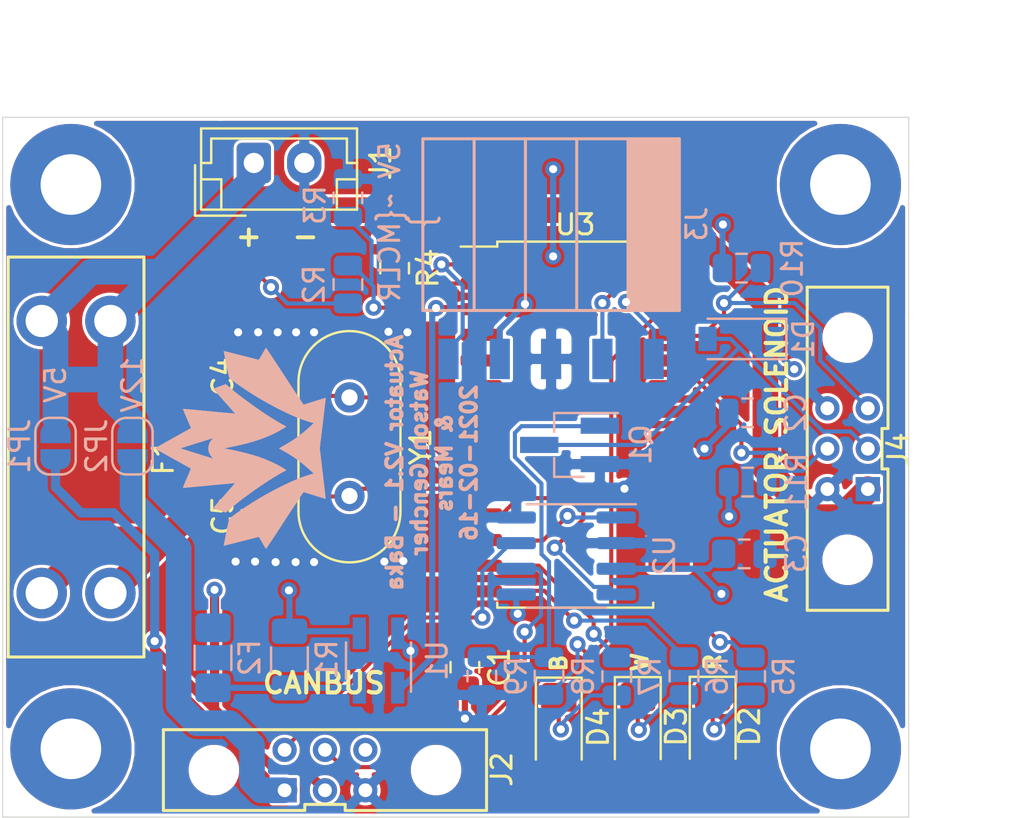
<source format=kicad_pcb>
(kicad_pcb (version 20171130) (host pcbnew "(5.1.10)-1")
  (layers (0 F.Cu signal hide) (31 B.Cu signal) (34 B.Paste user) (35 F.Paste user) (36 B.SilkS user) (37 F.SilkS user) (38 B.Mask user) (39 F.Mask user hide) (44 Edge.Cuts user))
  (net 0 "")
  (net 1 +5V)
  (net 2 GND)
  (net 3 /MCU/OSC1)
  (net 4 /MCU/OSC2)
  (net 5 "/Valve Control/RELAY-")
  (net 6 +12V)
  (net 7 "Net-(D2-Pad1)")
  (net 8 "Net-(D3-Pad1)")
  (net 9 "Net-(D4-Pad1)")
  (net 10 "Net-(F1-Pad2)")
  (net 11 "Net-(F2-Pad1)")
  (net 12 CANH)
  (net 13 CANL)
  (net 14 /MCU/~MCLR)
  (net 15 /MCU/ICSPDAT)
  (net 16 /MCU/ICSPCLK)
  (net 17 /MCU/LIMIT_CLOSE)
  (net 18 /MCU/LIMIT_OPEN)
  (net 19 "Net-(Q1-Pad1)")
  (net 20 /MCU/VBAT)
  (net 21 "Net-(R5-Pad2)")
  (net 22 "Net-(R6-Pad2)")
  (net 23 "Net-(R7-Pad2)")
  (net 24 /MCU/CURR_AMP)
  (net 25 /MCU/CAN_RX)
  (net 26 /MCU/CAN_TX)
  (net 27 /MCU/VALVE_CONTROL)
  (net 28 "Net-(U3-Pad23)")
  (net 29 "Net-(U3-Pad22)")
  (net 30 "Net-(U3-Pad21)")
  (net 31 "Net-(U3-Pad18)")
  (net 32 "Net-(U3-Pad17)")
  (net 33 "Net-(U3-Pad16)")
  (net 34 "Net-(U3-Pad7)")
  (net 35 "Net-(U3-Pad6)")
  (net 36 "Net-(U3-Pad5)")
  (net 37 "Net-(U3-Pad4)")
  (net 38 Actuator_Power)
  (net 39 /Power/5V_IN)
  (module MountingHole:MountingHole_3mm_Pad (layer F.Cu) (at 109.22 104.14)
    (fp_text reference REF**)
    (fp_text value MountingHole_3mm_Pad)
    (pad 1 thru_hole circle (at 0 0) (size 6 6) (drill 3) (layers *.Cu *.Mask))
  )
  (module Resistor_SMD:R_0805_2012Metric (layer B.Cu) (at 122.936 104.7981 90)
    (fp_text reference R3 (at -0.3579 -1.6256 270) (layer B.SilkS) (effects (justify mirror)))
    (fp_text value 10K)
    (pad 2 smd roundrect (at 0.9375 0 90) (size 0.975 1.4) (layers B.Cu B.Paste B.Mask) (net 2 GND))
    (pad 1 smd roundrect (at -0.9375 0 90) (size 0.975 1.4) (layers B.Cu B.Paste B.Mask) (net 20 /MCU/VBAT))
  )
  (module canhw_footprints:Fuseholder_36-3557-15-ND (layer F.Cu) (at 109.4758 117.6314 270)
    (fp_text reference F1 (at 0 -4.3162 90) (layer F.SilkS))
    (fp_text value 10A)
    (pad 2 thru_hole circle (at -6.735 1.7 270) (size 2.5 2.5) (drill 1.6) (layers *.Cu *.Mask) (net 10 "Net-(F1-Pad2)"))
    (pad 2 thru_hole circle (at -6.735 -1.7 270) (size 2.5 2.5) (drill 1.6) (layers *.Cu *.Mask) (net 10 "Net-(F1-Pad2)"))
    (pad 1 thru_hole circle (at 6.735 -1.7 270) (size 2.5 2.5) (drill 1.6) (layers *.Cu *.Mask) (net 38 Actuator_Power))
    (pad 1 thru_hole circle (at 6.735 1.7 270) (size 2.5 2.5) (drill 1.6) (layers *.Cu *.Mask) (net 38 Actuator_Power))
  )
  (module team_logo:Logo_SilkScreen_10mm (layer B.Cu) (at 117.602 117.1956 270)
    (fp_text reference G*** hide)
    (fp_text value LOGO hide)
  )
  (module Package_TO_SOT_SMD:SOT-23_Handsoldering (layer B.Cu) (at 133.9074 117.033 180)
    (fp_text reference Q1 (at -3.532 0.0152 270) (layer B.SilkS) (effects (justify mirror)))
    (fp_text value SI3420A-TP)
    (pad 3 smd rect (at 1.5 0 180) (size 1.9 0.8) (layers B.Cu B.Paste B.Mask) (net 5 "/Valve Control/RELAY-"))
    (pad 2 smd rect (at -1.5 -0.95 180) (size 1.9 0.8) (layers B.Cu B.Paste B.Mask) (net 2 GND))
    (pad 1 smd rect (at -1.5 0.95 180) (size 1.9 0.8) (layers B.Cu B.Paste B.Mask) (net 19 "Net-(Q1-Pad1)"))
  )
  (module MountingHole:MountingHole_3mm_Pad (layer F.Cu) (at 147.32 104.14)
    (fp_text reference REF**)
    (fp_text value MountingHole_3mm_Pad)
    (pad 1 thru_hole circle (at 0 0) (size 6 6) (drill 3) (layers *.Cu *.Mask))
  )
  (module MountingHole:MountingHole_3mm_Pad (layer F.Cu) (at 147.32 132.08)
    (fp_text reference REF**)
    (fp_text value MountingHole_3mm_Pad)
    (pad 1 thru_hole circle (at 0 0) (size 6 6) (drill 3) (layers *.Cu *.Mask))
  )
  (module MountingHole:MountingHole_3mm_Pad (layer F.Cu) (at 109.22 132.08)
    (fp_text reference REF**)
    (fp_text value MountingHole_3mm_Pad)
    (pad 1 thru_hole circle (at 0 0) (size 6 6) (drill 3) (layers *.Cu *.Mask))
  )
  (module Crystal:Crystal_HC49-4H_Vertical (layer F.Cu) (at 123.0122 114.681 270)
    (fp_text reference Y1 (at 2.44 -3.525 90) (layer F.SilkS))
    (fp_text value Crystal)
    (pad 2 thru_hole circle (at 4.88 0 270) (size 1.5 1.5) (drill 0.8) (layers *.Cu *.Mask) (net 4 /MCU/OSC2))
    (pad 1 thru_hole circle (at 0 0 270) (size 1.5 1.5) (drill 0.8) (layers *.Cu *.Mask) (net 3 /MCU/OSC1))
  )
  (module Package_SO:SOIC-28W_7.5x17.9mm_P1.27mm (layer F.Cu) (at 134.19 116.0272)
    (fp_text reference U3 (at 0 -9.9) (layer F.SilkS))
    (fp_text value PIC18F26K83)
    (pad 28 smd roundrect (at 4.65 -8.255) (size 2.05 0.6) (layers F.Cu F.Paste F.Mask) (net 15 /MCU/ICSPDAT))
    (pad 27 smd roundrect (at 4.65 -6.985) (size 2.05 0.6) (layers F.Cu F.Paste F.Mask) (net 16 /MCU/ICSPCLK))
    (pad 26 smd roundrect (at 4.65 -5.715) (size 2.05 0.6) (layers F.Cu F.Paste F.Mask) (net 27 /MCU/VALVE_CONTROL))
    (pad 25 smd roundrect (at 4.65 -4.445) (size 2.05 0.6) (layers F.Cu F.Paste F.Mask) (net 18 /MCU/LIMIT_OPEN))
    (pad 24 smd roundrect (at 4.65 -3.175) (size 2.05 0.6) (layers F.Cu F.Paste F.Mask) (net 17 /MCU/LIMIT_CLOSE))
    (pad 23 smd roundrect (at 4.65 -1.905) (size 2.05 0.6) (layers F.Cu F.Paste F.Mask) (net 28 "Net-(U3-Pad23)"))
    (pad 22 smd roundrect (at 4.65 -0.635) (size 2.05 0.6) (layers F.Cu F.Paste F.Mask) (net 29 "Net-(U3-Pad22)"))
    (pad 21 smd roundrect (at 4.65 0.635) (size 2.05 0.6) (layers F.Cu F.Paste F.Mask) (net 30 "Net-(U3-Pad21)"))
    (pad 20 smd roundrect (at 4.65 1.905) (size 2.05 0.6) (layers F.Cu F.Paste F.Mask) (net 1 +5V))
    (pad 19 smd roundrect (at 4.65 3.175) (size 2.05 0.6) (layers F.Cu F.Paste F.Mask) (net 2 GND))
    (pad 18 smd roundrect (at 4.65 4.445) (size 2.05 0.6) (layers F.Cu F.Paste F.Mask) (net 31 "Net-(U3-Pad18)"))
    (pad 17 smd roundrect (at 4.65 5.715) (size 2.05 0.6) (layers F.Cu F.Paste F.Mask) (net 32 "Net-(U3-Pad17)"))
    (pad 16 smd roundrect (at 4.65 6.985) (size 2.05 0.6) (layers F.Cu F.Paste F.Mask) (net 33 "Net-(U3-Pad16)"))
    (pad 15 smd roundrect (at 4.65 8.255) (size 2.05 0.6) (layers F.Cu F.Paste F.Mask) (net 21 "Net-(R5-Pad2)"))
    (pad 14 smd roundrect (at -4.65 8.255) (size 2.05 0.6) (layers F.Cu F.Paste F.Mask) (net 22 "Net-(R6-Pad2)"))
    (pad 13 smd roundrect (at -4.65 6.985) (size 2.05 0.6) (layers F.Cu F.Paste F.Mask) (net 23 "Net-(R7-Pad2)"))
    (pad 12 smd roundrect (at -4.65 5.715) (size 2.05 0.6) (layers F.Cu F.Paste F.Mask) (net 26 /MCU/CAN_TX))
    (pad 11 smd roundrect (at -4.65 4.445) (size 2.05 0.6) (layers F.Cu F.Paste F.Mask) (net 25 /MCU/CAN_RX))
    (pad 10 smd roundrect (at -4.65 3.175) (size 2.05 0.6) (layers F.Cu F.Paste F.Mask) (net 4 /MCU/OSC2))
    (pad 9 smd roundrect (at -4.65 1.905) (size 2.05 0.6) (layers F.Cu F.Paste F.Mask) (net 3 /MCU/OSC1))
    (pad 8 smd roundrect (at -4.65 0.635) (size 2.05 0.6) (layers F.Cu F.Paste F.Mask) (net 2 GND))
    (pad 7 smd roundrect (at -4.65 -0.635) (size 2.05 0.6) (layers F.Cu F.Paste F.Mask) (net 34 "Net-(U3-Pad7)"))
    (pad 6 smd roundrect (at -4.65 -1.905) (size 2.05 0.6) (layers F.Cu F.Paste F.Mask) (net 35 "Net-(U3-Pad6)"))
    (pad 5 smd roundrect (at -4.65 -3.175) (size 2.05 0.6) (layers F.Cu F.Paste F.Mask) (net 36 "Net-(U3-Pad5)"))
    (pad 4 smd roundrect (at -4.65 -4.445) (size 2.05 0.6) (layers F.Cu F.Paste F.Mask) (net 37 "Net-(U3-Pad4)"))
    (pad 3 smd roundrect (at -4.65 -5.715) (size 2.05 0.6) (layers F.Cu F.Paste F.Mask) (net 24 /MCU/CURR_AMP))
    (pad 2 smd roundrect (at -4.65 -6.985) (size 2.05 0.6) (layers F.Cu F.Paste F.Mask) (net 20 /MCU/VBAT))
    (pad 1 smd roundrect (at -4.65 -8.255) (size 2.05 0.6) (layers F.Cu F.Paste F.Mask) (net 14 /MCU/~MCLR))
  )
  (module Package_SO:SOIC-8_3.9x4.9mm_P1.27mm (layer B.Cu) (at 133.7422 122.5296 180)
    (fp_text reference U2 (at -4.8656 0.0254 90) (layer B.SilkS) (effects (justify mirror)))
    (fp_text value MCP2562)
    (pad 8 smd roundrect (at 2.475 1.905 180) (size 1.95 0.6) (layers B.Cu B.Paste B.Mask) (net 2 GND))
    (pad 7 smd roundrect (at 2.475 0.635 180) (size 1.95 0.6) (layers B.Cu B.Paste B.Mask) (net 12 CANH))
    (pad 6 smd roundrect (at 2.475 -0.635 180) (size 1.95 0.6) (layers B.Cu B.Paste B.Mask) (net 13 CANL))
    (pad 5 smd roundrect (at 2.475 -1.905 180) (size 1.95 0.6) (layers B.Cu B.Paste B.Mask) (net 1 +5V))
    (pad 4 smd roundrect (at -2.475 -1.905 180) (size 1.95 0.6) (layers B.Cu B.Paste B.Mask) (net 25 /MCU/CAN_RX))
    (pad 3 smd roundrect (at -2.475 -0.635 180) (size 1.95 0.6) (layers B.Cu B.Paste B.Mask) (net 1 +5V))
    (pad 2 smd roundrect (at -2.475 0.635 180) (size 1.95 0.6) (layers B.Cu B.Paste B.Mask) (net 2 GND))
    (pad 1 smd roundrect (at -2.475 1.905 180) (size 1.95 0.6) (layers B.Cu B.Paste B.Mask) (net 26 /MCU/CAN_TX))
  )
  (module Package_TO_SOT_SMD:SOT-23-5_HandSoldering (layer B.Cu) (at 124.4498 127.7074 90)
    (fp_text reference U1 (at 0 2.9 270) (layer B.SilkS) (effects (justify mirror)))
    (fp_text value INA180)
    (pad 5 smd rect (at 1.35 0.95 90) (size 1.56 0.65) (layers B.Cu B.Paste B.Mask) (net 1 +5V))
    (pad 4 smd rect (at 1.35 -0.95 90) (size 1.56 0.65) (layers B.Cu B.Paste B.Mask) (net 1 +5V))
    (pad 3 smd rect (at -1.35 -0.95 90) (size 1.56 0.65) (layers B.Cu B.Paste B.Mask) (net 11 "Net-(F2-Pad1)"))
    (pad 2 smd rect (at -1.35 0 90) (size 1.56 0.65) (layers B.Cu B.Paste B.Mask) (net 2 GND))
    (pad 1 smd rect (at -1.35 0.95 90) (size 1.56 0.65) (layers B.Cu B.Paste B.Mask) (net 24 /MCU/CURR_AMP))
  )
  (module Resistor_SMD:R_0805_2012Metric (layer B.Cu) (at 142.7249 118.872)
    (fp_text reference R11 (at 2.4361 0 90) (layer B.SilkS) (effects (justify mirror)))
    (fp_text value 10K)
    (pad 2 smd roundrect (at 0.9375 0) (size 0.975 1.4) (layers B.Cu B.Paste B.Mask) (net 17 /MCU/LIMIT_CLOSE))
    (pad 1 smd roundrect (at -0.9375 0) (size 0.975 1.4) (layers B.Cu B.Paste B.Mask) (net 1 +5V))
  )
  (module Resistor_SMD:R_0805_2012Metric (layer B.Cu) (at 142.4201 108.2802)
    (fp_text reference R10 (at 2.5146 0 90) (layer B.SilkS) (effects (justify mirror)))
    (fp_text value 10K)
    (pad 2 smd roundrect (at 0.9375 0) (size 0.975 1.4) (layers B.Cu B.Paste B.Mask) (net 18 /MCU/LIMIT_OPEN))
    (pad 1 smd roundrect (at -0.9375 0) (size 0.975 1.4) (layers B.Cu B.Paste B.Mask) (net 1 +5V))
  )
  (module Resistor_SMD:R_0805_2012Metric (layer B.Cu) (at 129.5654 128.4755 270)
    (fp_text reference R9 (at 0.0023 -1.7018 90) (layer B.SilkS) (effects (justify mirror)))
    (fp_text value 10K)
    (pad 2 smd roundrect (at 0.9375 0 270) (size 0.975 1.4) (layers B.Cu B.Paste B.Mask) (net 2 GND))
    (pad 1 smd roundrect (at -0.9375 0 270) (size 0.975 1.4) (layers B.Cu B.Paste B.Mask) (net 19 "Net-(Q1-Pad1)"))
  )
  (module Resistor_SMD:R_0805_2012Metric (layer B.Cu) (at 132.8928 128.4755 270)
    (fp_text reference R8 (at 0 -1.7018 90) (layer B.SilkS) (effects (justify mirror)))
    (fp_text value 270R)
    (pad 2 smd roundrect (at 0.9375 0 270) (size 0.975 1.4) (layers B.Cu B.Paste B.Mask) (net 27 /MCU/VALVE_CONTROL))
    (pad 1 smd roundrect (at -0.9375 0 270) (size 0.975 1.4) (layers B.Cu B.Paste B.Mask) (net 19 "Net-(Q1-Pad1)"))
  )
  (module Resistor_SMD:R_0805_2012Metric (layer B.Cu) (at 136.2456 128.4986 90)
    (fp_text reference R7 (at 0 1.65 270) (layer B.SilkS) (effects (justify mirror)))
    (fp_text value 330R)
    (pad 2 smd roundrect (at 0.9375 0 90) (size 0.975 1.4) (layers B.Cu B.Paste B.Mask) (net 23 "Net-(R7-Pad2)"))
    (pad 1 smd roundrect (at -0.9375 0 90) (size 0.975 1.4) (layers B.Cu B.Paste B.Mask) (net 9 "Net-(D4-Pad1)"))
  )
  (module Resistor_SMD:R_0805_2012Metric (layer B.Cu) (at 139.573 128.4732 90)
    (fp_text reference R6 (at 0 1.65 270) (layer B.SilkS) (effects (justify mirror)))
    (fp_text value 330R)
    (pad 2 smd roundrect (at 0.9375 0 90) (size 0.975 1.4) (layers B.Cu B.Paste B.Mask) (net 22 "Net-(R6-Pad2)"))
    (pad 1 smd roundrect (at -0.9375 0 90) (size 0.975 1.4) (layers B.Cu B.Paste B.Mask) (net 8 "Net-(D3-Pad1)"))
  )
  (module Resistor_SMD:R_0805_2012Metric (layer B.Cu) (at 142.875 128.4963 90)
    (fp_text reference R5 (at 0 1.65 270) (layer B.SilkS) (effects (justify mirror)))
    (fp_text value 330R)
    (pad 2 smd roundrect (at 0.9375 0 90) (size 0.975 1.4) (layers B.Cu B.Paste B.Mask) (net 21 "Net-(R5-Pad2)"))
    (pad 1 smd roundrect (at -0.9375 0 90) (size 0.975 1.4) (layers B.Cu B.Paste B.Mask) (net 7 "Net-(D2-Pad1)"))
  )
  (module Resistor_SMD:R_0805_2012Metric (layer F.Cu) (at 125.2474 108.2825 270)
    (fp_text reference R4 (at 0 -1.65 90) (layer F.SilkS))
    (fp_text value 10K)
    (pad 1 smd roundrect (at -0.9375 0 270) (size 0.975 1.4) (layers F.Cu F.Paste F.Mask) (net 1 +5V))
    (pad 2 smd roundrect (at 0.9375 0 270) (size 0.975 1.4) (layers F.Cu F.Paste F.Mask) (net 14 /MCU/~MCLR))
  )
  (module Resistor_SMD:R_0805_2012Metric (layer B.Cu) (at 122.936 109.0907 90)
    (fp_text reference R2 (at -0.0023 -1.6764 90) (layer B.SilkS) (effects (justify mirror)))
    (fp_text value 27K)
    (pad 2 smd roundrect (at 0.9375 0 90) (size 0.975 1.4) (layers B.Cu B.Paste B.Mask) (net 20 /MCU/VBAT))
    (pad 1 smd roundrect (at -0.9375 0 90) (size 0.975 1.4) (layers B.Cu B.Paste B.Mask) (net 38 Actuator_Power))
  )
  (module Resistor_SMD:R_1206_3216Metric (layer B.Cu) (at 120.0404 127.6574 270)
    (fp_text reference R1 (at -0.003 -1.8542 90) (layer B.SilkS) (effects (justify mirror)))
    (fp_text value 200mR)
    (pad 2 smd roundrect (at 1.4 0 270) (size 1.25 1.75) (layers B.Cu B.Paste B.Mask) (roundrect_rratio 0.2) (net 11 "Net-(F2-Pad1)"))
    (pad 1 smd roundrect (at -1.4 0 270) (size 1.25 1.75) (layers B.Cu B.Paste B.Mask) (roundrect_rratio 0.2) (net 1 +5V))
  )
  (module canhw_footprints:connector_Harwin_M80-5000642 (layer F.Cu) (at 147.6756 117.221 90)
    (fp_text reference J4 (at -0.0508 2.5146 90) (layer F.SilkS))
    (fp_text value "Valve Connection")
    (pad "" np_thru_hole circle (at -5.5 0 90) (size 2.2 2.2) (drill 2.2) (layers *.Cu *.Mask))
    (pad "" np_thru_hole circle (at 5.5 0 90) (size 2.2 2.2) (drill 2.2) (layers *.Cu *.Mask))
    (pad 4 thru_hole circle (at -2 -1 90) (size 1.2 1.2) (drill 0.68) (layers *.Cu *.Mask) (net 2 GND))
    (pad 5 thru_hole circle (at 0 -1 90) (size 1.2 1.2) (drill 0.68) (layers *.Cu *.Mask) (net 17 /MCU/LIMIT_CLOSE))
    (pad 6 thru_hole circle (at 2 -1 90) (size 1.2 1.2) (drill 0.68) (layers *.Cu *.Mask) (net 2 GND))
    (pad 3 thru_hole circle (at 2 1 90) (size 1.2 1.2) (drill 0.68) (layers *.Cu *.Mask) (net 18 /MCU/LIMIT_OPEN))
    (pad 1 thru_hole rect (at -2 1 90) (size 1.2 1.2) (drill 0.68) (layers *.Cu *.Mask) (net 38 Actuator_Power))
    (pad 2 thru_hole circle (at 0 1 90) (size 1.2 1.2) (drill 0.68) (layers *.Cu *.Mask) (net 5 "/Valve Control/RELAY-"))
  )
  (module canhw_footprints:PinHeader_5x2.54_SMD_90deg_952-3198-1-ND (layer B.Cu) (at 138.0744 112.776 180)
    (fp_text reference J3 (at -2.1336 6.6802 90) (layer B.SilkS) (effects (justify mirror)))
    (fp_text value "Programming Header")
    (pad 5 smd rect (at 10.16 0 180) (size 1 2) (layers B.Cu B.Paste B.Mask) (net 14 /MCU/~MCLR))
    (pad 4 smd rect (at 7.62 0 180) (size 1 2) (layers B.Cu B.Paste B.Mask) (net 1 +5V))
    (pad 3 smd rect (at 5.08 0 180) (size 1 2) (layers B.Cu B.Paste B.Mask) (net 2 GND))
    (pad 2 smd rect (at 2.54 0 180) (size 1 2) (layers B.Cu B.Paste B.Mask) (net 15 /MCU/ICSPDAT))
    (pad 1 smd rect (at 0 0 180) (size 1 2) (layers B.Cu B.Paste B.Mask) (net 16 /MCU/ICSPCLK))
  )
  (module canhw_footprints:connector_Harwin_M80-5000642 (layer F.Cu) (at 121.7996 133.1308)
    (fp_text reference J2 (at 8.7564 -0.0348 90) (layer F.SilkS))
    (fp_text value "CAN Connector")
    (pad "" np_thru_hole circle (at -5.5 0) (size 2.2 2.2) (drill 2.2) (layers *.Cu *.Mask))
    (pad "" np_thru_hole circle (at 5.5 0) (size 2.2 2.2) (drill 2.2) (layers *.Cu *.Mask))
    (pad 4 thru_hole circle (at -2 -1) (size 1.2 1.2) (drill 0.68) (layers *.Cu *.Mask) (net 12 CANH))
    (pad 5 thru_hole circle (at 0 -1) (size 1.2 1.2) (drill 0.68) (layers *.Cu *.Mask) (net 13 CANL))
    (pad 6 thru_hole circle (at 2 -1) (size 1.2 1.2) (drill 0.68) (layers *.Cu *.Mask))
    (pad 3 thru_hole circle (at 2 1) (size 1.2 1.2) (drill 0.68) (layers *.Cu *.Mask) (net 2 GND))
    (pad 1 thru_hole rect (at -2 1) (size 1.2 1.2) (drill 0.68) (layers *.Cu *.Mask) (net 6 +12V))
    (pad 2 thru_hole circle (at 0 1) (size 1.2 1.2) (drill 0.68) (layers *.Cu *.Mask) (net 39 /Power/5V_IN))
  )
  (module Connector_JST:JST_EH_B2B-EH-A_1x02_P2.50mm_Vertical (layer F.Cu) (at 118.277 103.0732)
    (fp_text reference J1 (at 6.2738 0 90) (layer F.SilkS))
    (fp_text value "Valve Control")
    (pad 2 thru_hole oval (at 2.5 0) (size 1.7 2) (drill 1) (layers *.Cu *.Mask) (net 2 GND))
    (pad 1 thru_hole roundrect (at 0 0) (size 1.7 2) (drill 1) (layers *.Cu *.Mask) (roundrect_rratio 0.147059) (net 10 "Net-(F1-Pad2)"))
  )
  (module Fuse:Fuse_1206_3216Metric_Pad1.42x1.75mm_HandSolder (layer B.Cu) (at 116.2558 127.5699 90)
    (fp_text reference F2 (at 0 1.82 270) (layer B.SilkS) (effects (justify mirror)))
    (fp_text value Polyfuse)
    (pad 2 smd roundrect (at 1.4875 0 90) (size 1.425 1.75) (layers B.Cu B.Paste B.Mask) (roundrect_rratio 0.175439) (net 39 /Power/5V_IN))
    (pad 1 smd roundrect (at -1.4875 0 90) (size 1.425 1.75) (layers B.Cu B.Paste B.Mask) (roundrect_rratio 0.175439) (net 11 "Net-(F2-Pad1)"))
  )
  (module LED_SMD:LED_1206_3216Metric_Pad1.42x1.75mm_HandSolder (layer F.Cu) (at 133.3754 131.0132 270)
    (fp_text reference D4 (at 0 -1.9558 90) (layer F.SilkS))
    (fp_text value Blue)
    (pad 2 smd roundrect (at 1.4875 0 270) (size 1.425 1.75) (layers F.Cu F.Paste F.Mask) (roundrect_rratio 0.175439) (net 1 +5V))
    (pad 1 smd roundrect (at -1.4875 0 270) (size 1.425 1.75) (layers F.Cu F.Paste F.Mask) (roundrect_rratio 0.175439) (net 9 "Net-(D4-Pad1)"))
  )
  (module LED_SMD:LED_1206_3216Metric_Pad1.42x1.75mm_HandSolder (layer F.Cu) (at 137.287 130.9878 270)
    (fp_text reference D3 (at 0 -1.905 90) (layer F.SilkS))
    (fp_text value White)
    (pad 2 smd roundrect (at 1.4875 0 270) (size 1.425 1.75) (layers F.Cu F.Paste F.Mask) (roundrect_rratio 0.175439) (net 1 +5V))
    (pad 1 smd roundrect (at -1.4875 0 270) (size 1.425 1.75) (layers F.Cu F.Paste F.Mask) (roundrect_rratio 0.175439) (net 8 "Net-(D3-Pad1)"))
  )
  (module LED_SMD:LED_1206_3216Metric_Pad1.42x1.75mm_HandSolder (layer F.Cu) (at 140.9954 130.9735 270)
    (fp_text reference D2 (at 0 -1.82 90) (layer F.SilkS))
    (fp_text value Red)
    (pad 2 smd roundrect (at 1.4875 0 270) (size 1.425 1.75) (layers F.Cu F.Paste F.Mask) (roundrect_rratio 0.175439) (net 1 +5V))
    (pad 1 smd roundrect (at -1.4875 0 270) (size 1.425 1.75) (layers F.Cu F.Paste F.Mask) (roundrect_rratio 0.175439) (net 7 "Net-(D2-Pad1)"))
  )
  (module Diode_SMD:D_SOD-123 (layer B.Cu) (at 142.3934 111.7854 180)
    (fp_text reference D1 (at -3.0978 0 90) (layer B.SilkS) (effects (justify mirror)))
    (fp_text value BAS16GWJ)
    (pad 1 smd rect (at -1.65 0 180) (size 0.9 1.2) (layers B.Cu B.Paste B.Mask) (net 38 Actuator_Power))
    (pad 2 smd rect (at 1.65 0 180) (size 0.9 1.2) (layers B.Cu B.Paste B.Mask) (net 5 "/Valve Control/RELAY-"))
  )
  (module Capacitor_SMD:C_0805_2012Metric (layer F.Cu) (at 118.3894 120.5207 90)
    (fp_text reference C5 (at 0 -1.65 90) (layer F.SilkS))
    (fp_text value 27pF)
    (pad 1 smd roundrect (at -0.9375 0 90) (size 0.975 1.4) (layers F.Cu F.Paste F.Mask) (net 2 GND))
    (pad 2 smd roundrect (at 0.9375 0 90) (size 0.975 1.4) (layers F.Cu F.Paste F.Mask) (net 4 /MCU/OSC2))
  )
  (module Capacitor_SMD:C_0805_2012Metric (layer F.Cu) (at 118.3894 113.6673 90)
    (fp_text reference C4 (at 0 -1.65 90) (layer F.SilkS))
    (fp_text value 27pF)
    (pad 2 smd roundrect (at 0.9375 0 90) (size 0.975 1.4) (layers F.Cu F.Paste F.Mask) (net 2 GND))
    (pad 1 smd roundrect (at -0.9375 0 90) (size 0.975 1.4) (layers F.Cu F.Paste F.Mask) (net 3 /MCU/OSC1))
  )
  (module Capacitor_SMD:C_0805_2012Metric_Pad1.15x1.40mm_HandSolder (layer B.Cu) (at 142.5612 122.428)
    (fp_text reference C3 (at 2.5818 -0.0254 90) (layer B.SilkS) (effects (justify mirror)))
    (fp_text value 10uF)
    (pad 2 smd roundrect (at 1.025 0) (size 1.15 1.4) (layers B.Cu B.Paste B.Mask) (roundrect_rratio 0.217391) (net 2 GND))
    (pad 1 smd roundrect (at -1.025 0) (size 1.15 1.4) (layers B.Cu B.Paste B.Mask) (roundrect_rratio 0.217391) (net 1 +5V))
  )
  (module Capacitor_SMD:C_0805_2012Metric (layer B.Cu) (at 142.7249 115.443 180)
    (fp_text reference C2 (at -2.3853 0 90) (layer B.SilkS) (effects (justify mirror)))
    (fp_text value 0.1uF)
    (pad 2 smd roundrect (at 0.9375 0 180) (size 0.975 1.4) (layers B.Cu B.Paste B.Mask) (net 1 +5V))
    (pad 1 smd roundrect (at -0.9375 0 180) (size 0.975 1.4) (layers B.Cu B.Paste B.Mask) (net 2 GND))
  )
  (module Capacitor_SMD:C_0805_2012Metric (layer F.Cu) (at 128.7272 128.0391 90)
    (fp_text reference C1 (at 0.0023 1.7018 90) (layer F.SilkS))
    (fp_text value 0.1uF)
    (pad 2 smd roundrect (at 0.9375 0 90) (size 0.975 1.4) (layers F.Cu F.Paste F.Mask) (net 1 +5V))
    (pad 1 smd roundrect (at -0.9375 0 90) (size 0.975 1.4) (layers F.Cu F.Paste F.Mask) (net 2 GND))
  )
  (module Jumper:SolderJumper-2_P1.3mm_Open_RoundedPad1.0x1.5mm (layer B.Cu) (at 108.458 117.094 90)
    (fp_text reference JP1 (at 0 -1.778 270) (layer B.SilkS) (effects (justify mirror)))
    (fp_text value "+5V conn")
    (pad 2 smd custom (at 0.65 0 90) (size 1 0.5) (layers B.Cu B.Mask) (net 10 "Net-(F1-Pad2)") (options (clearance outline) (anchor rect)) (primitives (gr_circle (center 0 -0.25) (end 0.5 -0.25) (width 0)) (gr_circle (center 0 0.25) (end 0.5 0.25) (width 0)) (gr_poly (pts (xy 0 0.75) (xy -0.5 0.75) (xy -0.5 -0.75) (xy 0 -0.75)) (width 0))))
    (pad 1 smd custom (at -0.65 0 90) (size 1 0.5) (layers B.Cu B.Mask) (net 39 /Power/5V_IN) (options (clearance outline) (anchor rect)) (primitives (gr_circle (center 0 -0.25) (end 0.5 -0.25) (width 0)) (gr_circle (center 0 0.25) (end 0.5 0.25) (width 0)) (gr_poly (pts (xy 0 0.75) (xy 0.5 0.75) (xy 0.5 -0.75) (xy 0 -0.75)) (width 0))))
  )
  (module Jumper:SolderJumper-2_P1.3mm_Open_RoundedPad1.0x1.5mm (layer B.Cu) (at 112.268 117.094 90)
    (fp_text reference JP2 (at 0 -1.778 270) (layer B.SilkS) (effects (justify mirror)))
    (fp_text value "+12v conn")
    (pad 1 smd custom (at -0.65 0 90) (size 1 0.5) (layers B.Cu B.Mask) (net 6 +12V) (options (clearance outline) (anchor rect)) (primitives (gr_circle (center 0 -0.25) (end 0.5 -0.25) (width 0)) (gr_circle (center 0 0.25) (end 0.5 0.25) (width 0)) (gr_poly (pts (xy 0 0.75) (xy 0.5 0.75) (xy 0.5 -0.75) (xy 0 -0.75)) (width 0))))
    (pad 2 smd custom (at 0.65 0 90) (size 1 0.5) (layers B.Cu B.Mask) (net 10 "Net-(F1-Pad2)") (options (clearance outline) (anchor rect)) (primitives (gr_circle (center 0 -0.25) (end 0.5 -0.25) (width 0)) (gr_circle (center 0 0.25) (end 0.5 0.25) (width 0)) (gr_poly (pts (xy 0 0.75) (xy -0.5 0.75) (xy -0.5 -0.75) (xy 0 -0.75)) (width 0))))
  )
  (gr_text "12V\n" (at 112.268 114.046 90) (layer B.SilkS) (effects (font (size 1 1)) (justify mirror)))
  (gr_text 5V (at 108.458 114.046 90) (layer B.SilkS) (effects (font (size 1 1)) (justify mirror)))
  (gr_text "ACTUATOR SOLENOID" (at 144.1704 116.9924 90) (layer F.SilkS) (effects (font (size 1.016 1.016) (thickness 0.2032))))
  (gr_text CANBUS (at 121.7422 128.8288) (layer F.SilkS) (effects (font (size 1.016 1.016) (thickness 0.2032))))
  (gr_text "+  -" (at 119.4308 106.68) (layer F.SilkS) (effects (font (size 1.016 1.016) (thickness 0.1905))))
  (gr_text B (at 133.3754 127.8382 90) (layer F.SilkS) (effects (font (size 0.762 0.762) (thickness 0.1905))))
  (gr_text W (at 137.3886 127.7874 90) (layer F.SilkS) (effects (font (size 0.762 0.762) (thickness 0.1905))))
  (gr_text R (at 140.9954 127.7874 90) (layer F.SilkS) (effects (font (size 0.762 0.762) (thickness 0.1905))))
  (gr_line (start 105.8418 100.838) (end 105.8418 100.8126) (layer Edge.Cuts) (width 0.05))
  (gr_line (start 150.6982 100.838) (end 150.6982 100.8126) (layer Edge.Cuts) (width 0.05))
  (gr_text "5V ~MCLR\n" (at 125.8062 105.9942 90) (layer B.SilkS) (effects (font (size 1 1)) (justify mirror)))
  (gr_text "Actuator V2.1 - Baka\nWatson Gencher\n& Mears\n2021-02-16" (at 127.0889 117.9195 90) (layer B.SilkS) (effects (font (size 0.762 0.762) (thickness 0.1905)) (justify mirror)))
  (gr_line (start 150.6982 100.8126) (end 105.8418 100.8126) (layer Edge.Cuts) (width 0.05))
  (gr_line (start 150.6982 135.382) (end 150.6982 135.4582) (layer Edge.Cuts) (width 0.05))
  (gr_line (start 105.8418 135.382) (end 105.8418 135.4582) (layer Edge.Cuts) (width 0.05))
  (gr_line (start 105.8418 100.838) (end 105.8418 100.9396) (layer Edge.Cuts) (width 0.05))
  (gr_line (start 105.8418 135.382) (end 105.8418 100.9396) (layer Edge.Cuts) (width 0.05))
  (gr_line (start 150.6982 135.4582) (end 105.8418 135.4582) (layer Edge.Cuts) (width 0.05))
  (gr_line (start 150.6982 100.838) (end 150.6982 135.382) (layer Edge.Cuts) (width 0.05))
  (segment (start 145.542 109.22) (end 145.542 111.76) (width 1.27) (layer F.Cu) (net 1))
  (segment (start 117.348 105.918) (end 114.808 105.918) (width 1.27) (layer F.Cu) (net 1))
  (via (at 133.096 107.696) (size 0.8) (drill 0.4) (layers F.Cu B.Cu) (net 1))
  (via (at 141.5034 106.1212) (size 0.8) (drill 0.4) (layers F.Cu B.Cu) (net 1))
  (segment (start 141.4826 108.2802) (end 141.4826 106.142) (width 0.3048) (layer B.Cu) (net 1))
  (segment (start 141.4826 106.142) (end 141.5034 106.1212) (width 0.3048) (layer B.Cu) (net 1))
  (via (at 141.8082 120.5738) (size 0.8) (drill 0.4) (layers F.Cu B.Cu) (net 1))
  (segment (start 141.7874 118.872) (end 141.7874 120.553) (width 0.3048) (layer B.Cu) (net 1))
  (segment (start 141.7874 120.553) (end 141.8082 120.5738) (width 0.3048) (layer B.Cu) (net 1))
  (via (at 131.699 110.0582) (size 0.8) (drill 0.4) (layers F.Cu B.Cu) (net 1))
  (segment (start 130.4544 112.776) (end 130.4544 111.3028) (width 0.3048) (layer B.Cu) (net 1))
  (segment (start 130.4544 111.3028) (end 131.699 110.0582) (width 0.3048) (layer B.Cu) (net 1))
  (segment (start 131.2672 124.4346) (end 131.2672 125.317463) (width 0.3048) (layer B.Cu) (net 1))
  (via (at 131.342397 125.39266) (size 0.8) (drill 0.4) (layers F.Cu B.Cu) (net 1))
  (segment (start 131.2672 125.317463) (end 131.342397 125.39266) (width 0.3048) (layer B.Cu) (net 1))
  (segment (start 136.2172 123.1646) (end 136.4742 123.1646) (width 0.3048) (layer B.Cu) (net 1))
  (via (at 141.4272 124.4092) (size 0.8) (drill 0.4) (layers F.Cu B.Cu) (net 1))
  (segment (start 141.4018 124.4092) (end 141.4272 124.4092) (width 0.3048) (layer B.Cu) (net 1))
  (segment (start 140.6144 123.6218) (end 141.4018 124.4092) (width 0.3048) (layer B.Cu) (net 1))
  (segment (start 140.1572 123.1646) (end 140.6144 123.6218) (width 0.3048) (layer B.Cu) (net 1))
  (via (at 140.589 117.221) (size 0.8) (drill 0.4) (layers F.Cu B.Cu) (net 1))
  (segment (start 141.7874 115.443) (end 141.7874 116.0226) (width 0.3048) (layer B.Cu) (net 1))
  (segment (start 141.7874 116.0226) (end 140.589 117.221) (width 0.3048) (layer B.Cu) (net 1))
  (via (at 120.015 124.2314) (size 0.8) (drill 0.4) (layers F.Cu B.Cu) (net 1))
  (segment (start 120.0404 126.2574) (end 120.0404 124.2568) (width 0.3048) (layer B.Cu) (net 1))
  (segment (start 120.0404 124.2568) (end 120.015 124.2314) (width 0.3048) (layer B.Cu) (net 1))
  (segment (start 120.0404 126.2574) (end 123.5396 126.2574) (width 0.3048) (layer B.Cu) (net 1))
  (segment (start 139.9794 123.1646) (end 140.7668 123.1646) (width 0.3048) (layer B.Cu) (net 1))
  (segment (start 139.9794 123.1646) (end 140.1572 123.1646) (width 0.3048) (layer B.Cu) (net 1))
  (segment (start 136.4742 123.1646) (end 139.9794 123.1646) (width 0.3048) (layer B.Cu) (net 1))
  (segment (start 140.7668 123.1646) (end 141.6304 122.301) (width 0.3048) (layer B.Cu) (net 1))
  (via (at 126.0348 127.2286) (size 0.8) (drill 0.4) (layers F.Cu B.Cu) (net 1))
  (segment (start 125.3998 126.3574) (end 125.3998 126.5936) (width 0.3048) (layer B.Cu) (net 1))
  (segment (start 125.3998 126.5936) (end 126.0348 127.2286) (width 0.3048) (layer B.Cu) (net 1))
  (via (at 133.096 103.378) (size 0.8) (drill 0.4) (layers F.Cu B.Cu) (net 1))
  (segment (start 133.096 107.696) (end 133.096 103.378) (width 0.3048) (layer B.Cu) (net 1))
  (via (at 136.6266 119.2022) (size 0.8) (drill 0.4) (layers F.Cu B.Cu) (net 2))
  (segment (start 138.84 119.2022) (end 136.6266 119.2022) (width 0.3048) (layer F.Cu) (net 2))
  (via (at 119.4562 111.4552) (size 0.8) (drill 0.4) (layers F.Cu B.Cu) (net 2))
  (via (at 118.491 111.4552) (size 0.8) (drill 0.4) (layers F.Cu B.Cu) (net 2))
  (via (at 117.5004 111.4552) (size 0.8) (drill 0.4) (layers F.Cu B.Cu) (net 2))
  (via (at 117.3734 122.809) (size 0.8) (drill 0.4) (layers F.Cu B.Cu) (net 2))
  (via (at 118.3386 122.809) (size 0.8) (drill 0.4) (layers F.Cu B.Cu) (net 2))
  (via (at 119.3546 122.8344) (size 0.8) (drill 0.4) (layers F.Cu B.Cu) (net 2))
  (via (at 120.3452 122.8344) (size 0.8) (drill 0.4) (layers F.Cu B.Cu) (net 2))
  (via (at 121.2596 122.8344) (size 0.8) (drill 0.4) (layers F.Cu B.Cu) (net 2))
  (via (at 124.7394 122.809) (size 0.8) (drill 0.4) (layers F.Cu B.Cu) (net 2))
  (via (at 125.6792 122.7836) (size 0.8) (drill 0.4) (layers F.Cu B.Cu) (net 2))
  (via (at 120.3706 111.4552) (size 0.8) (drill 0.4) (layers F.Cu B.Cu) (net 2))
  (via (at 121.2596 111.4552) (size 0.8) (drill 0.4) (layers F.Cu B.Cu) (net 2))
  (via (at 124.9426 111.4298) (size 0.8) (drill 0.4) (layers F.Cu B.Cu) (net 2))
  (via (at 125.8824 111.4552) (size 0.8) (drill 0.4) (layers F.Cu B.Cu) (net 2))
  (segment (start 128.7272 128.9766) (end 128.7272 130.581396) (width 0.3048) (layer F.Cu) (net 2))
  (via (at 128.727204 130.5814) (size 0.8) (drill 0.4) (layers F.Cu B.Cu) (net 2))
  (segment (start 128.7272 130.581396) (end 128.727204 130.5814) (width 0.3048) (layer F.Cu) (net 2))
  (segment (start 118.3894 114.6048) (end 123.4186 114.6048) (width 0.2032) (layer F.Cu) (net 3))
  (segment (start 123.0122 114.681) (end 124.206 114.681) (width 0.2032) (layer F.Cu) (net 3))
  (segment (start 124.206 114.681) (end 127.4572 117.9322) (width 0.2032) (layer F.Cu) (net 3))
  (segment (start 127.4572 117.9322) (end 129.8956 117.9322) (width 0.2032) (layer F.Cu) (net 3))
  (segment (start 118.3894 119.5832) (end 123.3932 119.5832) (width 0.2032) (layer F.Cu) (net 4))
  (segment (start 129.54 119.2022) (end 123.3932 119.2022) (width 0.2032) (layer F.Cu) (net 4))
  (segment (start 148.6756 117.221) (end 147.821599 116.366999) (width 0.2032) (layer B.Cu) (net 5))
  (segment (start 146.460799 116.366999) (end 146.523001 116.366999) (width 0.2032) (layer B.Cu) (net 5))
  (segment (start 147.821599 116.366999) (end 146.523001 116.366999) (width 0.2032) (layer B.Cu) (net 5))
  (segment (start 142.298178 112.2325) (end 142.3263 112.2325) (width 0.2032) (layer B.Cu) (net 5))
  (segment (start 137.497678 117.033) (end 142.298178 112.2325) (width 0.2032) (layer B.Cu) (net 5))
  (segment (start 132.4074 117.033) (end 137.497678 117.033) (width 0.2032) (layer B.Cu) (net 5))
  (segment (start 141.8792 111.7854) (end 142.3263 112.2325) (width 0.2032) (layer B.Cu) (net 5))
  (segment (start 142.3263 112.2325) (end 146.460799 116.366999) (width 0.2032) (layer B.Cu) (net 5))
  (segment (start 140.7434 111.7854) (end 141.4272 111.7854) (width 0.2032) (layer B.Cu) (net 5))
  (segment (start 141.226 111.7854) (end 141.4272 111.7854) (width 0.2032) (layer B.Cu) (net 5))
  (segment (start 141.4272 111.7854) (end 141.8792 111.7854) (width 0.2032) (layer B.Cu) (net 5))
  (segment (start 118.187001 131.903001) (end 117.094 130.81) (width 1.27) (layer B.Cu) (net 6))
  (segment (start 119.7996 134.1308) (end 118.6368 134.1308) (width 1.27) (layer B.Cu) (net 6))
  (segment (start 118.187001 133.681001) (end 118.187001 131.903001) (width 1.27) (layer B.Cu) (net 6))
  (segment (start 118.6368 134.1308) (end 118.187001 133.681001) (width 1.27) (layer B.Cu) (net 6))
  (segment (start 112.268 117.744) (end 112.268 118.11) (width 0.3048) (layer B.Cu) (net 6))
  (segment (start 112.268 119.888) (end 112.268 118.364) (width 1.27) (layer B.Cu) (net 6))
  (segment (start 112.268 117.744) (end 112.268 118.364) (width 0.3048) (layer B.Cu) (net 6))
  (segment (start 115.453778 130.81) (end 114.554 129.910222) (width 1.27) (layer B.Cu) (net 6))
  (segment (start 117.094 130.81) (end 115.453778 130.81) (width 1.27) (layer B.Cu) (net 6))
  (segment (start 114.554 122.174) (end 112.268 119.888) (width 1.27) (layer B.Cu) (net 6))
  (segment (start 114.554 129.910222) (end 114.554 122.174) (width 1.27) (layer B.Cu) (net 6))
  (via (at 141.0716 131.1148) (size 0.8) (drill 0.4) (layers F.Cu B.Cu) (net 7))
  (segment (start 140.9954 129.486) (end 140.9954 131.0386) (width 0.2032) (layer F.Cu) (net 7))
  (segment (start 140.9954 131.0386) (end 141.0716 131.1148) (width 0.2032) (layer F.Cu) (net 7))
  (segment (start 141.0716 131.1148) (end 141.471599 130.714801) (width 0.2032) (layer B.Cu) (net 7))
  (segment (start 141.471599 130.714801) (end 142.8242 129.3622) (width 0.2032) (layer B.Cu) (net 7))
  (via (at 137.3378 131.1402) (size 0.8) (drill 0.4) (layers F.Cu B.Cu) (net 8))
  (segment (start 137.737799 130.740201) (end 137.3378 131.1402) (width 0.2032) (layer B.Cu) (net 8))
  (segment (start 139.1412 129.3368) (end 137.737799 130.740201) (width 0.2032) (layer B.Cu) (net 8))
  (segment (start 139.6492 129.3368) (end 139.1412 129.3368) (width 0.2032) (layer B.Cu) (net 8))
  (segment (start 137.287 131.0894) (end 137.3378 131.1402) (width 0.2032) (layer F.Cu) (net 8))
  (segment (start 137.287 129.5003) (end 137.287 131.0894) (width 0.2032) (layer F.Cu) (net 8))
  (segment (start 136.2456 129.4384) (end 134.9248 129.4384) (width 0.2032) (layer B.Cu) (net 9))
  (via (at 133.477 131.1148) (size 0.8) (drill 0.4) (layers F.Cu B.Cu) (net 9))
  (segment (start 133.3754 131.0132) (end 133.477 131.1148) (width 0.2032) (layer F.Cu) (net 9))
  (segment (start 133.3754 129.5257) (end 133.3754 131.0132) (width 0.2032) (layer F.Cu) (net 9))
  (segment (start 134.9248 129.4384) (end 133.477 130.8862) (width 0.2032) (layer B.Cu) (net 9))
  (segment (start 133.477 130.8862) (end 133.477 131.1148) (width 0.2032) (layer B.Cu) (net 9))
  (segment (start 111.1758 110.8964) (end 111.0996 110.8964) (width 0.3048) (layer B.Cu) (net 10))
  (segment (start 118.277 103.0732) (end 118.277 103.7952) (width 1.27) (layer B.Cu) (net 10))
  (segment (start 107.7758 110.8964) (end 110.2142 108.458) (width 1.27) (layer B.Cu) (net 10))
  (segment (start 113.6142 108.458) (end 115.6081 106.4641) (width 1.27) (layer B.Cu) (net 10))
  (segment (start 110.2142 108.458) (end 113.6142 108.458) (width 1.27) (layer B.Cu) (net 10))
  (segment (start 118.277 103.7952) (end 115.6081 106.4641) (width 1.27) (layer B.Cu) (net 10))
  (segment (start 115.6081 106.4641) (end 111.1758 110.8964) (width 1.27) (layer B.Cu) (net 10))
  (segment (start 108.458 116.078) (end 108.458 116.444) (width 0.3048) (layer B.Cu) (net 10))
  (segment (start 107.7758 110.8964) (end 108.458 111.5786) (width 1.27) (layer B.Cu) (net 10))
  (segment (start 112.268 116.078) (end 112.268 116.444) (width 0.3048) (layer B.Cu) (net 10))
  (segment (start 111.1758 114.7318) (end 112.268 115.824) (width 1.27) (layer B.Cu) (net 10))
  (segment (start 110.998 113.792) (end 111.1758 113.6142) (width 1.27) (layer B.Cu) (net 10))
  (segment (start 108.458 113.792) (end 110.998 113.792) (width 1.27) (layer B.Cu) (net 10))
  (segment (start 108.458 111.5786) (end 108.458 113.792) (width 1.27) (layer B.Cu) (net 10))
  (segment (start 111.1758 110.8964) (end 111.1758 113.6142) (width 1.27) (layer B.Cu) (net 10))
  (segment (start 108.458 113.792) (end 108.458 115.824) (width 1.27) (layer B.Cu) (net 10))
  (segment (start 111.1758 113.6142) (end 111.1758 114.7318) (width 1.27) (layer B.Cu) (net 10))
  (segment (start 116.2558 129.0574) (end 123.5456 129.0574) (width 0.3048) (layer B.Cu) (net 11))
  (segment (start 126.2888 125.5776) (end 129.025115 125.5776) (width 0.2032) (layer F.Cu) (net 12))
  (segment (start 129.5908 123.294642) (end 129.5908 125.011915) (width 0.2032) (layer B.Cu) (net 12))
  (segment (start 130.965442 121.92) (end 129.5908 123.294642) (width 0.2032) (layer B.Cu) (net 12))
  (segment (start 119.7356 132.1308) (end 126.2888 125.5776) (width 0.2032) (layer F.Cu) (net 12))
  (segment (start 129.025115 125.5776) (end 129.5908 125.5776) (width 0.2032) (layer F.Cu) (net 12))
  (segment (start 129.5908 125.011915) (end 129.5908 125.5776) (width 0.2032) (layer B.Cu) (net 12))
  (via (at 129.5908 125.5776) (size 0.8) (drill 0.4) (layers F.Cu B.Cu) (net 12))
  (segment (start 131.2672 123.1646) (end 131.3434 123.1646) (width 0.3048) (layer B.Cu) (net 13))
  (segment (start 132.49621 123.31861) (end 132.49621 125.470283) (width 0.2032) (layer B.Cu) (net 13))
  (via (at 131.685286 126.281207) (size 0.8) (drill 0.4) (layers F.Cu B.Cu) (net 13))
  (segment (start 132.3422 123.1646) (end 132.49621 123.31861) (width 0.2032) (layer B.Cu) (net 13))
  (segment (start 132.49621 125.470283) (end 132.085285 125.881208) (width 0.2032) (layer B.Cu) (net 13))
  (segment (start 131.2672 123.1646) (end 132.3422 123.1646) (width 0.2032) (layer B.Cu) (net 13))
  (segment (start 132.085285 125.881208) (end 131.685286 126.281207) (width 0.2032) (layer B.Cu) (net 13))
  (segment (start 122.672401 132.984801) (end 124.209521 132.984801) (width 0.2032) (layer F.Cu) (net 13))
  (segment (start 124.209521 132.984801) (end 125.417523 131.776799) (width 0.2032) (layer F.Cu) (net 13))
  (segment (start 131.685286 126.846892) (end 131.685286 126.281207) (width 0.2032) (layer F.Cu) (net 13))
  (segment (start 131.685286 128.885836) (end 131.685286 126.846892) (width 0.2032) (layer F.Cu) (net 13))
  (segment (start 128.794323 131.776799) (end 131.685286 128.885836) (width 0.2032) (layer F.Cu) (net 13))
  (segment (start 121.8184 132.1308) (end 122.672401 132.984801) (width 0.2032) (layer F.Cu) (net 13))
  (segment (start 125.417523 131.776799) (end 128.794323 131.776799) (width 0.2032) (layer F.Cu) (net 13))
  (segment (start 125.2474 109.1946) (end 126.4666 109.1946) (width 0.2032) (layer F.Cu) (net 14))
  (segment (start 128.6176 109.147968) (end 127.965415 108.495783) (width 0.2032) (layer B.Cu) (net 14))
  (segment (start 128.6176 111.5728) (end 128.6176 109.147968) (width 0.2032) (layer B.Cu) (net 14))
  (segment (start 127.9144 112.776) (end 127.9144 112.276) (width 0.2032) (layer B.Cu) (net 14))
  (segment (start 129.368816 108.095784) (end 128.131101 108.095784) (width 0.2032) (layer F.Cu) (net 14))
  (segment (start 129.667 107.7976) (end 129.368816 108.095784) (width 0.2032) (layer F.Cu) (net 14))
  (segment (start 127.9144 112.276) (end 128.6176 111.5728) (width 0.2032) (layer B.Cu) (net 14))
  (segment (start 127.965415 108.495783) (end 127.565416 108.095784) (width 0.2032) (layer B.Cu) (net 14))
  (segment (start 128.131101 108.095784) (end 127.565416 108.095784) (width 0.2032) (layer F.Cu) (net 14))
  (via (at 127.565416 108.095784) (size 0.8) (drill 0.4) (layers F.Cu B.Cu) (net 14))
  (segment (start 126.4666 109.1946) (end 127.565416 108.095784) (width 0.2032) (layer F.Cu) (net 14))
  (via (at 135.5344 110.0074) (size 0.8) (drill 0.4) (layers F.Cu B.Cu) (net 15))
  (segment (start 137.39889 108.14291) (end 135.5344 110.0074) (width 0.2032) (layer F.Cu) (net 15))
  (segment (start 138.84 107.7722) (end 138.46929 108.14291) (width 0.2032) (layer F.Cu) (net 15))
  (segment (start 138.46929 108.14291) (end 137.39889 108.14291) (width 0.2032) (layer F.Cu) (net 15))
  (segment (start 135.5344 110.0074) (end 135.5344 110.573085) (width 0.2032) (layer B.Cu) (net 15))
  (segment (start 135.5344 110.573085) (end 135.5344 112.776) (width 0.2032) (layer B.Cu) (net 15))
  (via (at 136.7028 109.9566) (size 0.8) (drill 0.4) (layers F.Cu B.Cu) (net 16))
  (segment (start 138.0744 112.776) (end 138.0744 111.3282) (width 0.2032) (layer B.Cu) (net 16))
  (segment (start 138.0744 111.3282) (end 136.7028 109.9566) (width 0.2032) (layer B.Cu) (net 16))
  (segment (start 136.7028 109.9566) (end 137.6172 109.0422) (width 0.2032) (layer F.Cu) (net 16))
  (segment (start 137.6172 109.0422) (end 139.3444 109.0422) (width 0.2032) (layer F.Cu) (net 16))
  (segment (start 143.6624 118.872) (end 144.218637 118.315763) (width 0.2032) (layer B.Cu) (net 17))
  (segment (start 145.437837 118.315763) (end 146.6596 117.094) (width 0.2032) (layer B.Cu) (net 17))
  (segment (start 144.218637 118.315763) (end 144.701237 118.315763) (width 0.2032) (layer B.Cu) (net 17))
  (segment (start 144.701237 118.315763) (end 145.437837 118.315763) (width 0.2032) (layer B.Cu) (net 17))
  (via (at 142.4178 117.424198) (size 0.8) (drill 0.4) (layers F.Cu B.Cu) (net 17))
  (segment (start 144.297398 117.424198) (end 142.983485 117.424198) (width 0.2032) (layer B.Cu) (net 17))
  (segment (start 142.983485 117.424198) (end 142.4178 117.424198) (width 0.2032) (layer B.Cu) (net 17))
  (segment (start 145.1864 118.3132) (end 144.297398 117.424198) (width 0.2032) (layer B.Cu) (net 17))
  (segment (start 142.4178 116.858513) (end 142.4178 117.424198) (width 0.2032) (layer F.Cu) (net 17))
  (segment (start 142.4178 116.0272) (end 142.4178 116.858513) (width 0.2032) (layer F.Cu) (net 17))
  (segment (start 139.192 112.8014) (end 142.4178 116.0272) (width 0.2032) (layer F.Cu) (net 17))
  (segment (start 145.0594 110.0074) (end 142.119885 110.0074) (width 0.2032) (layer B.Cu) (net 18))
  (segment (start 142.119885 110.0074) (end 141.5542 110.0074) (width 0.2032) (layer B.Cu) (net 18))
  (segment (start 146.321599 111.269599) (end 145.0594 110.0074) (width 0.2032) (layer B.Cu) (net 18))
  (segment (start 146.321599 112.866999) (end 146.321599 111.269599) (width 0.2032) (layer B.Cu) (net 18))
  (segment (start 148.6756 115.221) (end 146.321599 112.866999) (width 0.2032) (layer B.Cu) (net 18))
  (segment (start 141.5542 110.0074) (end 143.1798 108.3818) (width 0.2032) (layer B.Cu) (net 18))
  (via (at 141.5542 110.0074) (size 0.8) (drill 0.4) (layers F.Cu B.Cu) (net 18))
  (segment (start 141.5542 110.573085) (end 140.494285 111.633) (width 0.2032) (layer F.Cu) (net 18))
  (segment (start 141.5542 110.0074) (end 141.5542 110.573085) (width 0.2032) (layer F.Cu) (net 18))
  (segment (start 140.494285 111.633) (end 139.3698 111.633) (width 0.2032) (layer F.Cu) (net 18))
  (segment (start 130.3654 127.538) (end 130.37 127.5334) (width 0.2032) (layer B.Cu) (net 19))
  (segment (start 129.5654 127.538) (end 130.3654 127.538) (width 0.2032) (layer B.Cu) (net 19))
  (segment (start 130.37 127.5334) (end 132.8166 127.5334) (width 0.2032) (layer B.Cu) (net 19))
  (segment (start 131.203399 116.429799) (end 131.529798 116.1034) (width 0.2032) (layer B.Cu) (net 19))
  (segment (start 131.203399 117.636201) (end 131.203399 116.429799) (width 0.2032) (layer B.Cu) (net 19))
  (segment (start 132.518199 118.951001) (end 131.203399 117.636201) (width 0.2032) (layer B.Cu) (net 19))
  (segment (start 132.518199 122.437121) (end 132.518199 118.951001) (width 0.2032) (layer B.Cu) (net 19))
  (segment (start 132.8928 127.538) (end 132.8928 122.811722) (width 0.2032) (layer B.Cu) (net 19))
  (segment (start 132.8928 122.811722) (end 132.518199 122.437121) (width 0.2032) (layer B.Cu) (net 19))
  (segment (start 131.529798 116.1034) (end 135.6614 116.1034) (width 0.2032) (layer B.Cu) (net 19))
  (segment (start 123.146085 108.1278) (end 124.1044 109.086115) (width 0.2032) (layer B.Cu) (net 20))
  (segment (start 124.1044 109.086115) (end 124.1044 106.934) (width 0.2032) (layer B.Cu) (net 20))
  (segment (start 124.1044 106.934) (end 122.936 105.7656) (width 0.2032) (layer B.Cu) (net 20))
  (segment (start 124.1044 109.086115) (end 124.206 109.187715) (width 0.2032) (layer B.Cu) (net 20))
  (segment (start 124.206 109.187715) (end 124.206 109.670315) (width 0.2032) (layer B.Cu) (net 20))
  (segment (start 126.393122 110.236) (end 124.771685 110.236) (width 0.2032) (layer F.Cu) (net 20))
  (segment (start 129.54 109.0422) (end 127.586922 109.0422) (width 0.2032) (layer F.Cu) (net 20))
  (segment (start 124.206 109.670315) (end 124.206 110.236) (width 0.2032) (layer B.Cu) (net 20))
  (segment (start 124.771685 110.236) (end 124.206 110.236) (width 0.2032) (layer F.Cu) (net 20))
  (segment (start 127.586922 109.0422) (end 126.393122 110.236) (width 0.2032) (layer F.Cu) (net 20))
  (via (at 124.206 110.236) (size 0.8) (drill 0.4) (layers F.Cu B.Cu) (net 20))
  (via (at 141.351 126.7968) (size 0.8) (drill 0.4) (layers F.Cu B.Cu) (net 21))
  (segment (start 138.84 124.2822) (end 141.351 126.7932) (width 0.2032) (layer F.Cu) (net 21))
  (segment (start 141.351 126.7932) (end 141.351 126.7968) (width 0.2032) (layer F.Cu) (net 21))
  (segment (start 141.916685 126.7968) (end 142.831085 127.7112) (width 0.2032) (layer B.Cu) (net 21))
  (segment (start 141.351 126.7968) (end 141.916685 126.7968) (width 0.2032) (layer B.Cu) (net 21))
  (via (at 134.1374 125.73) (size 0.8) (drill 0.4) (layers F.Cu B.Cu) (net 22))
  (segment (start 139.573 127.5357) (end 137.7673 125.73) (width 0.2032) (layer B.Cu) (net 22))
  (segment (start 137.7673 125.73) (end 134.1374 125.73) (width 0.2032) (layer B.Cu) (net 22))
  (segment (start 134.1374 125.73) (end 132.6642 124.2568) (width 0.2032) (layer F.Cu) (net 22))
  (segment (start 132.6642 124.2568) (end 129.032 124.2568) (width 0.2032) (layer F.Cu) (net 22))
  (via (at 135.1026 126.384) (size 0.8) (drill 0.4) (layers F.Cu B.Cu) (net 23))
  (segment (start 136.2456 127.5611) (end 136.2456 127.527) (width 0.2032) (layer B.Cu) (net 23))
  (segment (start 136.2456 127.527) (end 135.1026 126.384) (width 0.2032) (layer B.Cu) (net 23))
  (segment (start 132.387522 123.0122) (end 129.3114 123.0122) (width 0.2032) (layer F.Cu) (net 23))
  (segment (start 135.1026 126.384) (end 135.1026 125.727278) (width 0.2032) (layer F.Cu) (net 23))
  (segment (start 135.1026 125.727278) (end 132.387522 123.0122) (width 0.2032) (layer F.Cu) (net 23))
  (via (at 127.298709 110.255309) (size 0.8) (drill 0.4) (layers F.Cu B.Cu) (net 24))
  (segment (start 127.298709 110.255309) (end 129.686309 110.255309) (width 0.3048) (layer F.Cu) (net 24))
  (segment (start 125.3998 129.0574) (end 125.603 129.0574) (width 0.3048) (layer B.Cu) (net 24))
  (segment (start 125.603 129.0574) (end 127.109599 127.550801) (width 0.3048) (layer B.Cu) (net 24))
  (segment (start 127.109599 110.444419) (end 127.298709 110.255309) (width 0.3048) (layer B.Cu) (net 24))
  (segment (start 127.109599 127.550801) (end 127.109599 110.444419) (width 0.3048) (layer B.Cu) (net 24))
  (segment (start 133.572199 122.523199) (end 133.1722 122.1232) (width 0.2032) (layer B.Cu) (net 25))
  (segment (start 135.84649 124.06389) (end 135.11289 124.06389) (width 0.2032) (layer B.Cu) (net 25))
  (segment (start 135.11289 124.06389) (end 133.572199 122.523199) (width 0.2032) (layer B.Cu) (net 25))
  (segment (start 136.2172 124.4346) (end 135.84649 124.06389) (width 0.2032) (layer B.Cu) (net 25))
  (via (at 133.1722 122.1232) (size 0.8) (drill 0.4) (layers F.Cu B.Cu) (net 25))
  (segment (start 133.572199 121.723201) (end 133.1722 122.1232) (width 0.2032) (layer F.Cu) (net 25))
  (segment (start 129.3876 120.4976) (end 130.531595 120.4976) (width 0.2032) (layer F.Cu) (net 25))
  (segment (start 131.363397 119.665798) (end 134.248122 119.665798) (width 0.2032) (layer F.Cu) (net 25))
  (segment (start 134.588202 120.005878) (end 134.588202 120.707198) (width 0.2032) (layer F.Cu) (net 25))
  (segment (start 134.248122 119.665798) (end 134.588202 120.005878) (width 0.2032) (layer F.Cu) (net 25))
  (segment (start 130.531595 120.4976) (end 131.363397 119.665798) (width 0.2032) (layer F.Cu) (net 25))
  (segment (start 134.588202 120.707198) (end 133.572199 121.723201) (width 0.2032) (layer F.Cu) (net 25))
  (segment (start 133.8834 120.6246) (end 133.8072 120.5484) (width 0.2032) (layer B.Cu) (net 26))
  (segment (start 129.6162 121.7676) (end 132.588 121.7676) (width 0.2032) (layer F.Cu) (net 26))
  (segment (start 132.588 121.7676) (end 133.407201 120.948399) (width 0.2032) (layer F.Cu) (net 26))
  (segment (start 136.2172 120.6246) (end 133.8834 120.6246) (width 0.2032) (layer B.Cu) (net 26))
  (segment (start 133.407201 120.948399) (end 133.8072 120.5484) (width 0.2032) (layer F.Cu) (net 26))
  (via (at 133.8072 120.5484) (size 0.8) (drill 0.4) (layers F.Cu B.Cu) (net 26))
  (via (at 134.302183 126.900141) (size 0.8) (drill 0.4) (layers F.Cu B.Cu) (net 27))
  (segment (start 132.8928 129.413) (end 134.302183 128.003617) (width 0.2032) (layer B.Cu) (net 27))
  (segment (start 134.302183 128.003617) (end 134.302183 126.900141) (width 0.2032) (layer B.Cu) (net 27))
  (segment (start 135.972599 112.853243) (end 138.513642 110.3122) (width 0.2032) (layer F.Cu) (net 27))
  (segment (start 135.972599 126.481923) (end 135.972599 112.853243) (width 0.2032) (layer F.Cu) (net 27))
  (segment (start 135.154382 127.30014) (end 135.972599 126.481923) (width 0.2032) (layer F.Cu) (net 27))
  (segment (start 134.302183 126.900141) (end 134.702182 127.30014) (width 0.2032) (layer F.Cu) (net 27))
  (segment (start 134.702182 127.30014) (end 135.154382 127.30014) (width 0.2032) (layer F.Cu) (net 27))
  (segment (start 138.513642 110.3122) (end 138.938 110.3122) (width 0.2032) (layer F.Cu) (net 27))
  (segment (start 146.009647 120.608401) (end 143.605201 118.203955) (width 1.27) (layer F.Cu) (net 38))
  (segment (start 147.341553 120.608401) (end 146.009647 120.608401) (width 1.27) (layer F.Cu) (net 38))
  (segment (start 148.6756 119.221) (end 148.6756 119.274354) (width 1.27) (layer F.Cu) (net 38))
  (segment (start 148.6756 119.274354) (end 147.341553 120.608401) (width 1.27) (layer F.Cu) (net 38))
  (segment (start 143.605201 109.980355) (end 139.034846 105.41) (width 1.27) (layer F.Cu) (net 38))
  (segment (start 139.034846 105.41) (end 120.65 105.41) (width 1.27) (layer F.Cu) (net 38))
  (segment (start 115.062 110.998) (end 115.062 120.4802) (width 1.27) (layer F.Cu) (net 38))
  (segment (start 110.4341 121.7081) (end 113.8341 121.7081) (width 1.27) (layer F.Cu) (net 38))
  (segment (start 115.062 120.4802) (end 113.8341 121.7081) (width 1.27) (layer F.Cu) (net 38))
  (segment (start 107.7758 124.3664) (end 110.4341 121.7081) (width 1.27) (layer F.Cu) (net 38))
  (segment (start 113.8341 121.7081) (end 111.1758 124.3664) (width 1.27) (layer F.Cu) (net 38))
  (via (at 119.126 109.22) (size 0.8) (drill 0.4) (layers F.Cu B.Cu) (net 38))
  (segment (start 122.936 110.0282) (end 119.9342 110.0282) (width 0.2032) (layer B.Cu) (net 38))
  (segment (start 119.9342 110.0282) (end 119.126 109.22) (width 0.2032) (layer B.Cu) (net 38))
  (segment (start 118.237 108.331) (end 118.237 107.823) (width 0.2032) (layer F.Cu) (net 38))
  (segment (start 120.65 105.41) (end 118.237 107.823) (width 1.27) (layer F.Cu) (net 38))
  (segment (start 119.126 109.22) (end 118.237 108.331) (width 0.2032) (layer F.Cu) (net 38))
  (segment (start 118.237 107.823) (end 115.062 110.998) (width 1.27) (layer F.Cu) (net 38))
  (via (at 145.034 113.284) (size 0.8) (drill 0.4) (layers F.Cu B.Cu) (net 38))
  (segment (start 144.0434 111.7854) (end 144.0434 112.2934) (width 0.3048) (layer B.Cu) (net 38))
  (segment (start 144.0434 112.2934) (end 145.034 113.284) (width 0.3048) (layer B.Cu) (net 38))
  (segment (start 143.764 113.284) (end 143.605201 113.125201) (width 0.3048) (layer F.Cu) (net 38))
  (segment (start 145.034 113.284) (end 143.764 113.284) (width 0.3048) (layer F.Cu) (net 38))
  (segment (start 143.605201 118.203955) (end 143.605201 113.125201) (width 1.27) (layer F.Cu) (net 38))
  (segment (start 143.605201 113.125201) (end 143.605201 109.980355) (width 1.27) (layer F.Cu) (net 38))
  (via (at 116.332 124.206) (size 0.8) (drill 0.4) (layers F.Cu B.Cu) (net 39))
  (segment (start 116.332 126.0062) (end 116.2558 126.0824) (width 0.3048) (layer B.Cu) (net 39))
  (segment (start 116.332 124.206) (end 116.332 126.0062) (width 0.3048) (layer B.Cu) (net 39))
  (segment (start 116.332 130.115082) (end 116.332 124.206) (width 0.4572) (layer F.Cu) (net 39))
  (segment (start 120.780601 133.111801) (end 119.328719 133.111801) (width 0.4572) (layer F.Cu) (net 39))
  (segment (start 121.7996 134.1308) (end 120.780601 133.111801) (width 0.4572) (layer F.Cu) (net 39))
  (segment (start 117.441459 131.224541) (end 113.3666 127.149682) (width 0.4572) (layer F.Cu) (net 39))
  (via (at 113.3666 126.746) (size 0.8) (drill 0.4) (layers F.Cu B.Cu) (net 39))
  (segment (start 117.441459 131.224541) (end 116.332 130.115082) (width 0.4572) (layer F.Cu) (net 39))
  (segment (start 113.3666 127.149682) (end 113.3666 126.746) (width 0.4572) (layer F.Cu) (net 39))
  (segment (start 119.328719 133.111801) (end 117.441459 131.224541) (width 0.4572) (layer F.Cu) (net 39))
  (segment (start 109.728 120.396) (end 108.458 119.126) (width 0.4572) (layer B.Cu) (net 39))
  (segment (start 108.458 119.126) (end 108.458 117.744) (width 0.4572) (layer B.Cu) (net 39))
  (segment (start 111.339146 120.396) (end 109.728 120.396) (width 0.4572) (layer B.Cu) (net 39))
  (segment (start 113.3666 126.746) (end 113.3666 122.423454) (width 0.4572) (layer B.Cu) (net 39))
  (segment (start 113.3666 122.423454) (end 111.339146 120.396) (width 0.4572) (layer B.Cu) (net 39))
  (zone (net 2) (net_name GND) (layer F.Cu) (connect_pads (clearance 0.1524)) (min_thickness 0.254) (fill yes (arc_segments 32) (thermal_gap 0.508) (thermal_bridge_width 0.508))
    (polygon (pts (xy 129.413 119.8372) (xy 128.2446 119.8372) (xy 128.2446 123.3424) (xy 116.84 123.3424) (xy 116.84 110.9218) (xy 128.2446 110.9218) (xy 128.2446 114.7318) (xy 130.8608 114.7318) (xy 130.8608 119.8118) (xy 130.8608 119.8372) (xy 129.5908 119.8372) (xy 129.4384 119.8372)))
  )
  (zone (net 2) (net_name GND) (layer B.Cu) (connect_pads (clearance 0.1524)) (min_thickness 0.254) (fill yes (arc_segments 32) (thermal_gap 0.508) (thermal_bridge_width 0.508))
    (polygon (pts (xy 105.791 100.7618) (xy 150.749 100.7618) (xy 150.749 135.509) (xy 105.791 135.509)))
  )
  (zone (net 1) (net_name +5V) (layer F.Cu) (connect_pads (clearance 0.1524)) (min_thickness 0.254) (fill yes (arc_segments 32) (thermal_gap 0.508) (thermal_bridge_width 0.508))
    (polygon (pts (xy 116.6368 112.3188) (xy 116.6368 135.509) (xy 105.791 135.509) (xy 105.791 100.7618) (xy 116.6368 100.7618)))
  )
  (zone (net 1) (net_name +5V) (layer F.Cu) (connect_pads (clearance 0.1524)) (min_thickness 0.254) (fill yes (arc_segments 32) (thermal_gap 0.508) (thermal_bridge_width 0.508))
    (polygon (pts (xy 116.6368 110.7186) (xy 150.749 110.7186) (xy 150.749 100.7618) (xy 116.6368 100.7618)))
  )
  (zone (net 1) (net_name +5V) (layer F.Cu) (connect_pads (clearance 0.1524)) (min_thickness 0.254) (fill yes (arc_segments 32) (thermal_gap 0.508) (thermal_bridge_width 0.508))
    (polygon (pts (xy 116.6368 135.509) (xy 116.6368 123.5456) (xy 128.4478 123.5456) (xy 128.4478 120.0404) (xy 131.064 120.0404) (xy 131.064 114.5286) (xy 128.4478 114.5286) (xy 128.4478 110.7186) (xy 150.749 110.7186) (xy 150.749 135.509)))
  )
)
</source>
